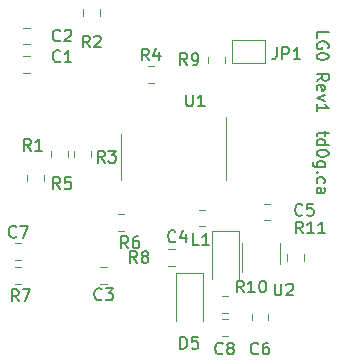
<source format=gbr>
G04 #@! TF.GenerationSoftware,KiCad,Pcbnew,(5.1.4)-1*
G04 #@! TF.CreationDate,2020-02-16T08:15:50-07:00*
G04 #@! TF.ProjectId,LightGate,4c696768-7447-4617-9465-2e6b69636164,rev?*
G04 #@! TF.SameCoordinates,PX52f83c0PY1b5ed60*
G04 #@! TF.FileFunction,Legend,Top*
G04 #@! TF.FilePolarity,Positive*
%FSLAX46Y46*%
G04 Gerber Fmt 4.6, Leading zero omitted, Abs format (unit mm)*
G04 Created by KiCad (PCBNEW (5.1.4)-1) date 2020-02-16 08:15:50*
%MOMM*%
%LPD*%
G04 APERTURE LIST*
%ADD10C,0.150000*%
%ADD11C,0.120000*%
G04 APERTURE END LIST*
D10*
X29464285Y19140477D02*
X29464285Y18759524D01*
X29797619Y18997620D02*
X28940476Y18997620D01*
X28845238Y18950000D01*
X28797619Y18854762D01*
X28797619Y18759524D01*
X28797619Y17997620D02*
X29797619Y17997620D01*
X28845238Y17997620D02*
X28797619Y18092858D01*
X28797619Y18283334D01*
X28845238Y18378572D01*
X28892857Y18426191D01*
X28988095Y18473810D01*
X29273809Y18473810D01*
X29369047Y18426191D01*
X29416666Y18378572D01*
X29464285Y18283334D01*
X29464285Y18092858D01*
X29416666Y17997620D01*
X29797619Y17330953D02*
X29797619Y17235715D01*
X29750000Y17140477D01*
X29702380Y17092858D01*
X29607142Y17045239D01*
X29416666Y16997620D01*
X29178571Y16997620D01*
X28988095Y17045239D01*
X28892857Y17092858D01*
X28845238Y17140477D01*
X28797619Y17235715D01*
X28797619Y17330953D01*
X28845238Y17426191D01*
X28892857Y17473810D01*
X28988095Y17521429D01*
X29178571Y17569048D01*
X29416666Y17569048D01*
X29607142Y17521429D01*
X29702380Y17473810D01*
X29750000Y17426191D01*
X29797619Y17330953D01*
X29464285Y16140477D02*
X28654761Y16140477D01*
X28559523Y16188096D01*
X28511904Y16235715D01*
X28464285Y16330953D01*
X28464285Y16473810D01*
X28511904Y16569048D01*
X28845238Y16140477D02*
X28797619Y16235715D01*
X28797619Y16426191D01*
X28845238Y16521429D01*
X28892857Y16569048D01*
X28988095Y16616667D01*
X29273809Y16616667D01*
X29369047Y16569048D01*
X29416666Y16521429D01*
X29464285Y16426191D01*
X29464285Y16235715D01*
X29416666Y16140477D01*
X28892857Y15664286D02*
X28845238Y15616667D01*
X28797619Y15664286D01*
X28845238Y15711905D01*
X28892857Y15664286D01*
X28797619Y15664286D01*
X28845238Y14759524D02*
X28797619Y14854762D01*
X28797619Y15045239D01*
X28845238Y15140477D01*
X28892857Y15188096D01*
X28988095Y15235715D01*
X29273809Y15235715D01*
X29369047Y15188096D01*
X29416666Y15140477D01*
X29464285Y15045239D01*
X29464285Y14854762D01*
X29416666Y14759524D01*
X28797619Y13902381D02*
X29321428Y13902381D01*
X29416666Y13950000D01*
X29464285Y14045239D01*
X29464285Y14235715D01*
X29416666Y14330953D01*
X28845238Y13902381D02*
X28797619Y13997620D01*
X28797619Y14235715D01*
X28845238Y14330953D01*
X28940476Y14378572D01*
X29035714Y14378572D01*
X29130952Y14330953D01*
X29178571Y14235715D01*
X29178571Y13997620D01*
X29226190Y13902381D01*
X28797619Y27033334D02*
X28797619Y27509524D01*
X29797619Y27509524D01*
X29750000Y26176191D02*
X29797619Y26271429D01*
X29797619Y26414286D01*
X29750000Y26557143D01*
X29654761Y26652381D01*
X29559523Y26700000D01*
X29369047Y26747620D01*
X29226190Y26747620D01*
X29035714Y26700000D01*
X28940476Y26652381D01*
X28845238Y26557143D01*
X28797619Y26414286D01*
X28797619Y26319048D01*
X28845238Y26176191D01*
X28892857Y26128572D01*
X29226190Y26128572D01*
X29226190Y26319048D01*
X29797619Y25509524D02*
X29797619Y25414286D01*
X29750000Y25319048D01*
X29702380Y25271429D01*
X29607142Y25223810D01*
X29416666Y25176191D01*
X29178571Y25176191D01*
X28988095Y25223810D01*
X28892857Y25271429D01*
X28845238Y25319048D01*
X28797619Y25414286D01*
X28797619Y25509524D01*
X28845238Y25604762D01*
X28892857Y25652381D01*
X28988095Y25700000D01*
X29178571Y25747620D01*
X29416666Y25747620D01*
X29607142Y25700000D01*
X29702380Y25652381D01*
X29750000Y25604762D01*
X29797619Y25509524D01*
X28797619Y23414286D02*
X29273809Y23747620D01*
X28797619Y23985715D02*
X29797619Y23985715D01*
X29797619Y23604762D01*
X29750000Y23509524D01*
X29702380Y23461905D01*
X29607142Y23414286D01*
X29464285Y23414286D01*
X29369047Y23461905D01*
X29321428Y23509524D01*
X29273809Y23604762D01*
X29273809Y23985715D01*
X28845238Y22604762D02*
X28797619Y22700000D01*
X28797619Y22890477D01*
X28845238Y22985715D01*
X28940476Y23033334D01*
X29321428Y23033334D01*
X29416666Y22985715D01*
X29464285Y22890477D01*
X29464285Y22700000D01*
X29416666Y22604762D01*
X29321428Y22557143D01*
X29226190Y22557143D01*
X29130952Y23033334D01*
X29464285Y22223810D02*
X28797619Y21985715D01*
X29464285Y21747620D01*
X28797619Y20842858D02*
X28797619Y21414286D01*
X28797619Y21128572D02*
X29797619Y21128572D01*
X29654761Y21223810D01*
X29559523Y21319048D01*
X29511904Y21414286D01*
D11*
X3263748Y8240000D02*
X3786252Y8240000D01*
X3263748Y9660000D02*
X3786252Y9660000D01*
X16865000Y7160000D02*
X16865000Y3100000D01*
X19135000Y7160000D02*
X16865000Y7160000D01*
X19135000Y3100000D02*
X19135000Y7160000D01*
X27710000Y8188748D02*
X27710000Y8711252D01*
X26290000Y8188748D02*
X26290000Y8711252D01*
X21650000Y26900000D02*
X24450000Y26900000D01*
X24450000Y26900000D02*
X24450000Y24900000D01*
X24450000Y24900000D02*
X21650000Y24900000D01*
X21650000Y24900000D02*
X21650000Y26900000D01*
X19965000Y10660000D02*
X19965000Y6600000D01*
X22235000Y10660000D02*
X19965000Y10660000D01*
X22235000Y6600000D02*
X22235000Y10660000D01*
X19590000Y25461252D02*
X19590000Y24938748D01*
X21010000Y25461252D02*
X21010000Y24938748D01*
X20738748Y1790000D02*
X21261252Y1790000D01*
X20738748Y3210000D02*
X21261252Y3210000D01*
X11988748Y10740000D02*
X12511252Y10740000D01*
X11988748Y12160000D02*
X12511252Y12160000D01*
X22490000Y9700000D02*
X22490000Y7250000D01*
X25710000Y7900000D02*
X25710000Y9700000D01*
X20738748Y3740000D02*
X21261252Y3740000D01*
X20738748Y5160000D02*
X21261252Y5160000D01*
X24710000Y3188748D02*
X24710000Y3711252D01*
X23290000Y3188748D02*
X23290000Y3711252D01*
X21125000Y16925000D02*
X21125000Y20375000D01*
X21125000Y16925000D02*
X21125000Y14975000D01*
X12255000Y16925000D02*
X12255000Y18875000D01*
X12255000Y16925000D02*
X12255000Y14975000D01*
X16238748Y7740000D02*
X16761252Y7740000D01*
X16238748Y9160000D02*
X16761252Y9160000D01*
X10460000Y28938748D02*
X10460000Y29461252D01*
X9040000Y28938748D02*
X9040000Y29461252D01*
X3213748Y6240000D02*
X3736252Y6240000D01*
X3213748Y7660000D02*
X3736252Y7660000D01*
X7710000Y16938748D02*
X7710000Y17461252D01*
X6290000Y16938748D02*
X6290000Y17461252D01*
X14488748Y23240000D02*
X15011252Y23240000D01*
X14488748Y24660000D02*
X15011252Y24660000D01*
X4290000Y15436252D02*
X4290000Y14913748D01*
X5710000Y15436252D02*
X5710000Y14913748D01*
X9710000Y16963748D02*
X9710000Y17486252D01*
X8290000Y16963748D02*
X8290000Y17486252D01*
X18838748Y11090000D02*
X19361252Y11090000D01*
X18838748Y12510000D02*
X19361252Y12510000D01*
X4486252Y27910000D02*
X3963748Y27910000D01*
X4486252Y26490000D02*
X3963748Y26490000D01*
X11011252Y7660000D02*
X10488748Y7660000D01*
X11011252Y6240000D02*
X10488748Y6240000D01*
X4486252Y25510000D02*
X3963748Y25510000D01*
X4486252Y24090000D02*
X3963748Y24090000D01*
X24338748Y11590000D02*
X24861252Y11590000D01*
X24338748Y13010000D02*
X24861252Y13010000D01*
D10*
X3358333Y10242858D02*
X3310714Y10195239D01*
X3167857Y10147620D01*
X3072619Y10147620D01*
X2929761Y10195239D01*
X2834523Y10290477D01*
X2786904Y10385715D01*
X2739285Y10576191D01*
X2739285Y10719048D01*
X2786904Y10909524D01*
X2834523Y11004762D01*
X2929761Y11100000D01*
X3072619Y11147620D01*
X3167857Y11147620D01*
X3310714Y11100000D01*
X3358333Y11052381D01*
X3691666Y11147620D02*
X4358333Y11147620D01*
X3929761Y10147620D01*
X17261904Y735120D02*
X17261904Y1735120D01*
X17500000Y1735120D01*
X17642857Y1687500D01*
X17738095Y1592262D01*
X17785714Y1497024D01*
X17833333Y1306548D01*
X17833333Y1163691D01*
X17785714Y973215D01*
X17738095Y877977D01*
X17642857Y782739D01*
X17500000Y735120D01*
X17261904Y735120D01*
X18738095Y1735120D02*
X18261904Y1735120D01*
X18214285Y1258929D01*
X18261904Y1306548D01*
X18357142Y1354167D01*
X18595238Y1354167D01*
X18690476Y1306548D01*
X18738095Y1258929D01*
X18785714Y1163691D01*
X18785714Y925596D01*
X18738095Y830358D01*
X18690476Y782739D01*
X18595238Y735120D01*
X18357142Y735120D01*
X18261904Y782739D01*
X18214285Y830358D01*
X27607142Y10497620D02*
X27273809Y10973810D01*
X27035714Y10497620D02*
X27035714Y11497620D01*
X27416666Y11497620D01*
X27511904Y11450000D01*
X27559523Y11402381D01*
X27607142Y11307143D01*
X27607142Y11164286D01*
X27559523Y11069048D01*
X27511904Y11021429D01*
X27416666Y10973810D01*
X27035714Y10973810D01*
X28559523Y10497620D02*
X27988095Y10497620D01*
X28273809Y10497620D02*
X28273809Y11497620D01*
X28178571Y11354762D01*
X28083333Y11259524D01*
X27988095Y11211905D01*
X29511904Y10497620D02*
X28940476Y10497620D01*
X29226190Y10497620D02*
X29226190Y11497620D01*
X29130952Y11354762D01*
X29035714Y11259524D01*
X28940476Y11211905D01*
X25416666Y26247620D02*
X25416666Y25533334D01*
X25369047Y25390477D01*
X25273809Y25295239D01*
X25130952Y25247620D01*
X25035714Y25247620D01*
X25892857Y25247620D02*
X25892857Y26247620D01*
X26273809Y26247620D01*
X26369047Y26200000D01*
X26416666Y26152381D01*
X26464285Y26057143D01*
X26464285Y25914286D01*
X26416666Y25819048D01*
X26369047Y25771429D01*
X26273809Y25723810D01*
X25892857Y25723810D01*
X27416666Y25247620D02*
X26845238Y25247620D01*
X27130952Y25247620D02*
X27130952Y26247620D01*
X27035714Y26104762D01*
X26940476Y26009524D01*
X26845238Y25961905D01*
X18833333Y9497620D02*
X18357142Y9497620D01*
X18357142Y10497620D01*
X19690476Y9497620D02*
X19119047Y9497620D01*
X19404761Y9497620D02*
X19404761Y10497620D01*
X19309523Y10354762D01*
X19214285Y10259524D01*
X19119047Y10211905D01*
X17833333Y24747620D02*
X17500000Y25223810D01*
X17261904Y24747620D02*
X17261904Y25747620D01*
X17642857Y25747620D01*
X17738095Y25700000D01*
X17785714Y25652381D01*
X17833333Y25557143D01*
X17833333Y25414286D01*
X17785714Y25319048D01*
X17738095Y25271429D01*
X17642857Y25223810D01*
X17261904Y25223810D01*
X18309523Y24747620D02*
X18500000Y24747620D01*
X18595238Y24795239D01*
X18642857Y24842858D01*
X18738095Y24985715D01*
X18785714Y25176191D01*
X18785714Y25557143D01*
X18738095Y25652381D01*
X18690476Y25700000D01*
X18595238Y25747620D01*
X18404761Y25747620D01*
X18309523Y25700000D01*
X18261904Y25652381D01*
X18214285Y25557143D01*
X18214285Y25319048D01*
X18261904Y25223810D01*
X18309523Y25176191D01*
X18404761Y25128572D01*
X18595238Y25128572D01*
X18690476Y25176191D01*
X18738095Y25223810D01*
X18785714Y25319048D01*
X20833333Y342858D02*
X20785714Y295239D01*
X20642857Y247620D01*
X20547619Y247620D01*
X20404761Y295239D01*
X20309523Y390477D01*
X20261904Y485715D01*
X20214285Y676191D01*
X20214285Y819048D01*
X20261904Y1009524D01*
X20309523Y1104762D01*
X20404761Y1200000D01*
X20547619Y1247620D01*
X20642857Y1247620D01*
X20785714Y1200000D01*
X20833333Y1152381D01*
X21404761Y819048D02*
X21309523Y866667D01*
X21261904Y914286D01*
X21214285Y1009524D01*
X21214285Y1057143D01*
X21261904Y1152381D01*
X21309523Y1200000D01*
X21404761Y1247620D01*
X21595238Y1247620D01*
X21690476Y1200000D01*
X21738095Y1152381D01*
X21785714Y1057143D01*
X21785714Y1009524D01*
X21738095Y914286D01*
X21690476Y866667D01*
X21595238Y819048D01*
X21404761Y819048D01*
X21309523Y771429D01*
X21261904Y723810D01*
X21214285Y628572D01*
X21214285Y438096D01*
X21261904Y342858D01*
X21309523Y295239D01*
X21404761Y247620D01*
X21595238Y247620D01*
X21690476Y295239D01*
X21738095Y342858D01*
X21785714Y438096D01*
X21785714Y628572D01*
X21738095Y723810D01*
X21690476Y771429D01*
X21595238Y819048D01*
X12833333Y9247620D02*
X12500000Y9723810D01*
X12261904Y9247620D02*
X12261904Y10247620D01*
X12642857Y10247620D01*
X12738095Y10200000D01*
X12785714Y10152381D01*
X12833333Y10057143D01*
X12833333Y9914286D01*
X12785714Y9819048D01*
X12738095Y9771429D01*
X12642857Y9723810D01*
X12261904Y9723810D01*
X13690476Y10247620D02*
X13500000Y10247620D01*
X13404761Y10200000D01*
X13357142Y10152381D01*
X13261904Y10009524D01*
X13214285Y9819048D01*
X13214285Y9438096D01*
X13261904Y9342858D01*
X13309523Y9295239D01*
X13404761Y9247620D01*
X13595238Y9247620D01*
X13690476Y9295239D01*
X13738095Y9342858D01*
X13785714Y9438096D01*
X13785714Y9676191D01*
X13738095Y9771429D01*
X13690476Y9819048D01*
X13595238Y9866667D01*
X13404761Y9866667D01*
X13309523Y9819048D01*
X13261904Y9771429D01*
X13214285Y9676191D01*
X25238095Y6247620D02*
X25238095Y5438096D01*
X25285714Y5342858D01*
X25333333Y5295239D01*
X25428571Y5247620D01*
X25619047Y5247620D01*
X25714285Y5295239D01*
X25761904Y5342858D01*
X25809523Y5438096D01*
X25809523Y6247620D01*
X26238095Y6152381D02*
X26285714Y6200000D01*
X26380952Y6247620D01*
X26619047Y6247620D01*
X26714285Y6200000D01*
X26761904Y6152381D01*
X26809523Y6057143D01*
X26809523Y5961905D01*
X26761904Y5819048D01*
X26190476Y5247620D01*
X26809523Y5247620D01*
X22607142Y5497620D02*
X22273809Y5973810D01*
X22035714Y5497620D02*
X22035714Y6497620D01*
X22416666Y6497620D01*
X22511904Y6450000D01*
X22559523Y6402381D01*
X22607142Y6307143D01*
X22607142Y6164286D01*
X22559523Y6069048D01*
X22511904Y6021429D01*
X22416666Y5973810D01*
X22035714Y5973810D01*
X23559523Y5497620D02*
X22988095Y5497620D01*
X23273809Y5497620D02*
X23273809Y6497620D01*
X23178571Y6354762D01*
X23083333Y6259524D01*
X22988095Y6211905D01*
X24178571Y6497620D02*
X24273809Y6497620D01*
X24369047Y6450000D01*
X24416666Y6402381D01*
X24464285Y6307143D01*
X24511904Y6116667D01*
X24511904Y5878572D01*
X24464285Y5688096D01*
X24416666Y5592858D01*
X24369047Y5545239D01*
X24273809Y5497620D01*
X24178571Y5497620D01*
X24083333Y5545239D01*
X24035714Y5592858D01*
X23988095Y5688096D01*
X23940476Y5878572D01*
X23940476Y6116667D01*
X23988095Y6307143D01*
X24035714Y6402381D01*
X24083333Y6450000D01*
X24178571Y6497620D01*
X23833333Y342858D02*
X23785714Y295239D01*
X23642857Y247620D01*
X23547619Y247620D01*
X23404761Y295239D01*
X23309523Y390477D01*
X23261904Y485715D01*
X23214285Y676191D01*
X23214285Y819048D01*
X23261904Y1009524D01*
X23309523Y1104762D01*
X23404761Y1200000D01*
X23547619Y1247620D01*
X23642857Y1247620D01*
X23785714Y1200000D01*
X23833333Y1152381D01*
X24690476Y1247620D02*
X24500000Y1247620D01*
X24404761Y1200000D01*
X24357142Y1152381D01*
X24261904Y1009524D01*
X24214285Y819048D01*
X24214285Y438096D01*
X24261904Y342858D01*
X24309523Y295239D01*
X24404761Y247620D01*
X24595238Y247620D01*
X24690476Y295239D01*
X24738095Y342858D01*
X24785714Y438096D01*
X24785714Y676191D01*
X24738095Y771429D01*
X24690476Y819048D01*
X24595238Y866667D01*
X24404761Y866667D01*
X24309523Y819048D01*
X24261904Y771429D01*
X24214285Y676191D01*
X17738095Y22247620D02*
X17738095Y21438096D01*
X17785714Y21342858D01*
X17833333Y21295239D01*
X17928571Y21247620D01*
X18119047Y21247620D01*
X18214285Y21295239D01*
X18261904Y21342858D01*
X18309523Y21438096D01*
X18309523Y22247620D01*
X19309523Y21247620D02*
X18738095Y21247620D01*
X19023809Y21247620D02*
X19023809Y22247620D01*
X18928571Y22104762D01*
X18833333Y22009524D01*
X18738095Y21961905D01*
X13583333Y7997620D02*
X13250000Y8473810D01*
X13011904Y7997620D02*
X13011904Y8997620D01*
X13392857Y8997620D01*
X13488095Y8950000D01*
X13535714Y8902381D01*
X13583333Y8807143D01*
X13583333Y8664286D01*
X13535714Y8569048D01*
X13488095Y8521429D01*
X13392857Y8473810D01*
X13011904Y8473810D01*
X14154761Y8569048D02*
X14059523Y8616667D01*
X14011904Y8664286D01*
X13964285Y8759524D01*
X13964285Y8807143D01*
X14011904Y8902381D01*
X14059523Y8950000D01*
X14154761Y8997620D01*
X14345238Y8997620D01*
X14440476Y8950000D01*
X14488095Y8902381D01*
X14535714Y8807143D01*
X14535714Y8759524D01*
X14488095Y8664286D01*
X14440476Y8616667D01*
X14345238Y8569048D01*
X14154761Y8569048D01*
X14059523Y8521429D01*
X14011904Y8473810D01*
X13964285Y8378572D01*
X13964285Y8188096D01*
X14011904Y8092858D01*
X14059523Y8045239D01*
X14154761Y7997620D01*
X14345238Y7997620D01*
X14440476Y8045239D01*
X14488095Y8092858D01*
X14535714Y8188096D01*
X14535714Y8378572D01*
X14488095Y8473810D01*
X14440476Y8521429D01*
X14345238Y8569048D01*
X9583333Y26247620D02*
X9250000Y26723810D01*
X9011904Y26247620D02*
X9011904Y27247620D01*
X9392857Y27247620D01*
X9488095Y27200000D01*
X9535714Y27152381D01*
X9583333Y27057143D01*
X9583333Y26914286D01*
X9535714Y26819048D01*
X9488095Y26771429D01*
X9392857Y26723810D01*
X9011904Y26723810D01*
X9964285Y27152381D02*
X10011904Y27200000D01*
X10107142Y27247620D01*
X10345238Y27247620D01*
X10440476Y27200000D01*
X10488095Y27152381D01*
X10535714Y27057143D01*
X10535714Y26961905D01*
X10488095Y26819048D01*
X9916666Y26247620D01*
X10535714Y26247620D01*
X3558333Y4747620D02*
X3225000Y5223810D01*
X2986904Y4747620D02*
X2986904Y5747620D01*
X3367857Y5747620D01*
X3463095Y5700000D01*
X3510714Y5652381D01*
X3558333Y5557143D01*
X3558333Y5414286D01*
X3510714Y5319048D01*
X3463095Y5271429D01*
X3367857Y5223810D01*
X2986904Y5223810D01*
X3891666Y5747620D02*
X4558333Y5747620D01*
X4129761Y4747620D01*
X4583333Y17497620D02*
X4250000Y17973810D01*
X4011904Y17497620D02*
X4011904Y18497620D01*
X4392857Y18497620D01*
X4488095Y18450000D01*
X4535714Y18402381D01*
X4583333Y18307143D01*
X4583333Y18164286D01*
X4535714Y18069048D01*
X4488095Y18021429D01*
X4392857Y17973810D01*
X4011904Y17973810D01*
X5535714Y17497620D02*
X4964285Y17497620D01*
X5250000Y17497620D02*
X5250000Y18497620D01*
X5154761Y18354762D01*
X5059523Y18259524D01*
X4964285Y18211905D01*
X14583333Y25147620D02*
X14250000Y25623810D01*
X14011904Y25147620D02*
X14011904Y26147620D01*
X14392857Y26147620D01*
X14488095Y26100000D01*
X14535714Y26052381D01*
X14583333Y25957143D01*
X14583333Y25814286D01*
X14535714Y25719048D01*
X14488095Y25671429D01*
X14392857Y25623810D01*
X14011904Y25623810D01*
X15440476Y25814286D02*
X15440476Y25147620D01*
X15202380Y26195239D02*
X14964285Y25480953D01*
X15583333Y25480953D01*
X7083333Y14247620D02*
X6750000Y14723810D01*
X6511904Y14247620D02*
X6511904Y15247620D01*
X6892857Y15247620D01*
X6988095Y15200000D01*
X7035714Y15152381D01*
X7083333Y15057143D01*
X7083333Y14914286D01*
X7035714Y14819048D01*
X6988095Y14771429D01*
X6892857Y14723810D01*
X6511904Y14723810D01*
X7988095Y15247620D02*
X7511904Y15247620D01*
X7464285Y14771429D01*
X7511904Y14819048D01*
X7607142Y14866667D01*
X7845238Y14866667D01*
X7940476Y14819048D01*
X7988095Y14771429D01*
X8035714Y14676191D01*
X8035714Y14438096D01*
X7988095Y14342858D01*
X7940476Y14295239D01*
X7845238Y14247620D01*
X7607142Y14247620D01*
X7511904Y14295239D01*
X7464285Y14342858D01*
X10833333Y16497620D02*
X10500000Y16973810D01*
X10261904Y16497620D02*
X10261904Y17497620D01*
X10642857Y17497620D01*
X10738095Y17450000D01*
X10785714Y17402381D01*
X10833333Y17307143D01*
X10833333Y17164286D01*
X10785714Y17069048D01*
X10738095Y17021429D01*
X10642857Y16973810D01*
X10261904Y16973810D01*
X11166666Y17497620D02*
X11785714Y17497620D01*
X11452380Y17116667D01*
X11595238Y17116667D01*
X11690476Y17069048D01*
X11738095Y17021429D01*
X11785714Y16926191D01*
X11785714Y16688096D01*
X11738095Y16592858D01*
X11690476Y16545239D01*
X11595238Y16497620D01*
X11309523Y16497620D01*
X11214285Y16545239D01*
X11166666Y16592858D01*
X16833333Y9842858D02*
X16785714Y9795239D01*
X16642857Y9747620D01*
X16547619Y9747620D01*
X16404761Y9795239D01*
X16309523Y9890477D01*
X16261904Y9985715D01*
X16214285Y10176191D01*
X16214285Y10319048D01*
X16261904Y10509524D01*
X16309523Y10604762D01*
X16404761Y10700000D01*
X16547619Y10747620D01*
X16642857Y10747620D01*
X16785714Y10700000D01*
X16833333Y10652381D01*
X17690476Y10414286D02*
X17690476Y9747620D01*
X17452380Y10795239D02*
X17214285Y10080953D01*
X17833333Y10080953D01*
X7083333Y26842858D02*
X7035714Y26795239D01*
X6892857Y26747620D01*
X6797619Y26747620D01*
X6654761Y26795239D01*
X6559523Y26890477D01*
X6511904Y26985715D01*
X6464285Y27176191D01*
X6464285Y27319048D01*
X6511904Y27509524D01*
X6559523Y27604762D01*
X6654761Y27700000D01*
X6797619Y27747620D01*
X6892857Y27747620D01*
X7035714Y27700000D01*
X7083333Y27652381D01*
X7464285Y27652381D02*
X7511904Y27700000D01*
X7607142Y27747620D01*
X7845238Y27747620D01*
X7940476Y27700000D01*
X7988095Y27652381D01*
X8035714Y27557143D01*
X8035714Y27461905D01*
X7988095Y27319048D01*
X7416666Y26747620D01*
X8035714Y26747620D01*
X10583333Y4942858D02*
X10535714Y4895239D01*
X10392857Y4847620D01*
X10297619Y4847620D01*
X10154761Y4895239D01*
X10059523Y4990477D01*
X10011904Y5085715D01*
X9964285Y5276191D01*
X9964285Y5419048D01*
X10011904Y5609524D01*
X10059523Y5704762D01*
X10154761Y5800000D01*
X10297619Y5847620D01*
X10392857Y5847620D01*
X10535714Y5800000D01*
X10583333Y5752381D01*
X10916666Y5847620D02*
X11535714Y5847620D01*
X11202380Y5466667D01*
X11345238Y5466667D01*
X11440476Y5419048D01*
X11488095Y5371429D01*
X11535714Y5276191D01*
X11535714Y5038096D01*
X11488095Y4942858D01*
X11440476Y4895239D01*
X11345238Y4847620D01*
X11059523Y4847620D01*
X10964285Y4895239D01*
X10916666Y4942858D01*
X7083333Y25092858D02*
X7035714Y25045239D01*
X6892857Y24997620D01*
X6797619Y24997620D01*
X6654761Y25045239D01*
X6559523Y25140477D01*
X6511904Y25235715D01*
X6464285Y25426191D01*
X6464285Y25569048D01*
X6511904Y25759524D01*
X6559523Y25854762D01*
X6654761Y25950000D01*
X6797619Y25997620D01*
X6892857Y25997620D01*
X7035714Y25950000D01*
X7083333Y25902381D01*
X8035714Y24997620D02*
X7464285Y24997620D01*
X7750000Y24997620D02*
X7750000Y25997620D01*
X7654761Y25854762D01*
X7559523Y25759524D01*
X7464285Y25711905D01*
X27583333Y12092858D02*
X27535714Y12045239D01*
X27392857Y11997620D01*
X27297619Y11997620D01*
X27154761Y12045239D01*
X27059523Y12140477D01*
X27011904Y12235715D01*
X26964285Y12426191D01*
X26964285Y12569048D01*
X27011904Y12759524D01*
X27059523Y12854762D01*
X27154761Y12950000D01*
X27297619Y12997620D01*
X27392857Y12997620D01*
X27535714Y12950000D01*
X27583333Y12902381D01*
X28488095Y12997620D02*
X28011904Y12997620D01*
X27964285Y12521429D01*
X28011904Y12569048D01*
X28107142Y12616667D01*
X28345238Y12616667D01*
X28440476Y12569048D01*
X28488095Y12521429D01*
X28535714Y12426191D01*
X28535714Y12188096D01*
X28488095Y12092858D01*
X28440476Y12045239D01*
X28345238Y11997620D01*
X28107142Y11997620D01*
X28011904Y12045239D01*
X27964285Y12092858D01*
M02*

</source>
